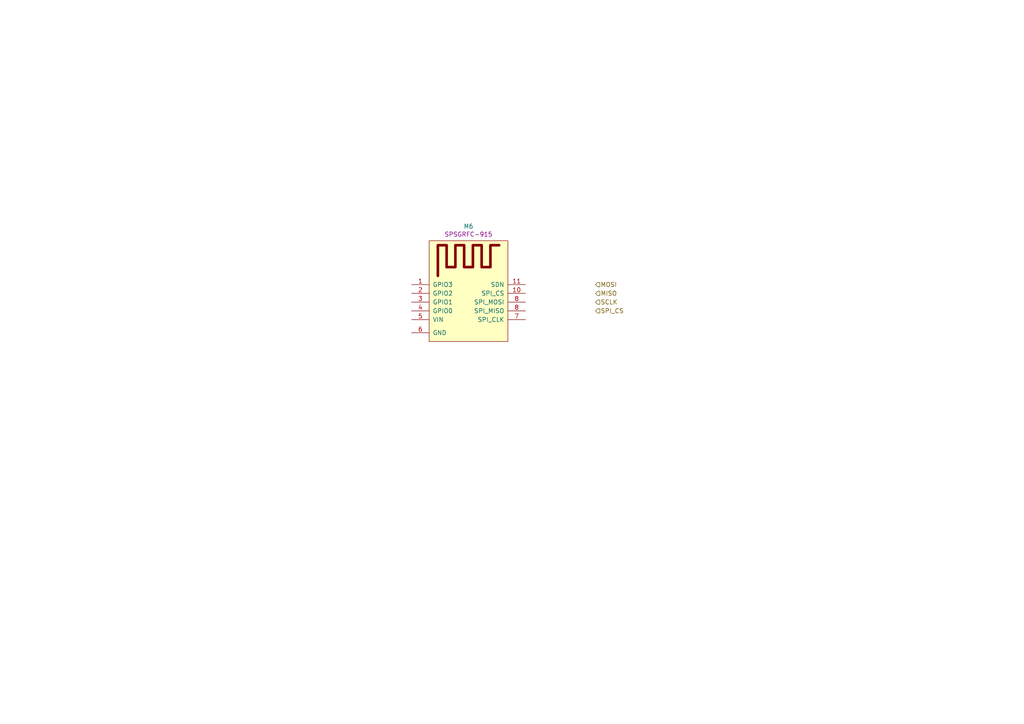
<source format=kicad_sch>
(kicad_sch (version 20231120) (generator "eeschema") (generator_version "8.0")
  (paper "A4")
  (lib_symbols
    (symbol "AVR-KiCAD-Lib-Modules:SPSGRFC-915" (pin_names (offset 1.016))
      (property "Reference" "M" (at 0 1.27 0))
      (property "_Value_" "SPSGRFC-915" (at 6.35 -30.48 0))
      (symbol "SPSGRFC-915_0_1"
        (rectangle (start 0 0) (end 22.86 -29.21) (fill (type background)))
      )
      (symbol "SPSGRFC-915_1_1"
        (polyline (pts (xy 2.54 -10.16) (xy 2.54 -1.27) (xy 5.08 -1.27) (xy 5.08 -7.62) (xy 7.62 -7.62) (xy 7.62 -1.27) (xy 10.16 -1.27) (xy 10.16 -7.62) (xy 12.7 -7.62) (xy 12.7 -1.27) (xy 15.24 -1.27) (xy 15.24 -7.62) (xy 17.78 -7.62) (xy 17.78 -1.27) (xy 20.32 -1.27)) (stroke (width 0.762)))
        (pin bidirectional line (at -5.08 -12.7 0) (length 5.08) (name "GPIO3") (number "1"))
        (pin output line (at 27.94 -15.24 180) (length 5.08) (name "SPI_CS") (number "10"))
        (pin input line (at 27.94 -12.7 180) (length 5.08) (name "SDN") (number "11"))
        (pin bidirectional line (at -5.08 -15.24 0) (length 5.08) (name "GPIO2") (number "2"))
        (pin bidirectional line (at -5.08 -17.78 0) (length 5.08) (name "GPIO1") (number "3"))
        (pin bidirectional line (at -5.08 -20.32 0) (length 5.08) (name "GPIO0") (number "4"))
        (pin power_in line (at -5.08 -22.86 0) (length 5.08) (name "VIN") (number "5"))
        (pin passive line (at -5.08 -26.67 0) (length 5.08) (name "GND") (number "6"))
        (pin output line (at 27.94 -22.86 180) (length 5.08) (name "SPI_CLK") (number "7"))
        (pin input line (at 27.94 -20.32 180) (length 5.08) (name "SPI_MISO") (number "8"))
        (pin output line (at 27.94 -17.78 180) (length 5.08) (name "SPI_MOSI") (number "8"))
      )
    )
  )
  (hierarchical_label "MOSI" (shape input) (at 172.72 82.55 0))
  (hierarchical_label "SPI_CS" (shape input) (at 172.72 90.17 0))
  (hierarchical_label "MISO" (shape input) (at 172.72 85.09 0))
  (hierarchical_label "SCLK" (shape input) (at 172.72 87.63 0))
  (symbol (lib_name "AVR-KiCAD-Lib-Modules:SPSGRFC-915") (lib_id "AVR-KiCAD-Lib-Modules:SPSGRFC-915") (at 124.46 69.85 0) (unit 1)
    (property "Reference" "M6" (at 135.89 65.659 0))
    (property "Value" "SPSGRFC-915" (effects (hide yes)))
    (property "Footprint" "AVR-KiCAD-Lib-Modules:XCVR_SPSGRF-915" (effects (hide yes)))
    (property "Datasheet" "https://www.st.com/content/ccc/resource/technical/document/datasheet/group3/21/ae/a6/78/64/3b/46/5d/DM00347814/files/DM00347814.pdf/jcr:content/translations/en.DM00347814.pdf" (effects (hide yes)))
    (property "Cost QTY: 1" "12.35000" (effects (hide yes)))
    (property "Cost QTY: 1000" "7.82040" (effects (hide yes)))
    (property "Cost QTY: 2500" "*" (effects (hide yes)))
    (property "Cost QTY: 5000" "7.29120" (effects (hide yes)))
    (property "Cost QTY: 10000" "7.05600" (effects (hide yes)))
    (property "MFR" "STMicroelectronics" (effects (hide yes)))
    (property "MFR#" "SPSGRFC-915" (effects (hide yes)))
    (property "Vendor" "Digikey" (effects (hide yes)))
    (property "Vendor #" "497-17226-ND" (effects (hide yes)))
    (property "Designer" "AVR" (effects (hide yes)))
    (property "Height" "2mm" (effects (hide yes)))
    (property "Date Created" "6/4/2020" (effects (hide yes)))
    (property "Date Modified" "6/4/2020" (effects (hide yes)))
    (property "Lead-Free ?" "Yes" (effects (hide yes)))
    (property "RoHS Levels" "1" (effects (hide yes)))
    (property "Mounting" "SMT" (effects (hide yes)))
    (property "Pin Count #" "11" (effects (hide yes)))
    (property "Status" "Active" (effects (hide yes)))
    (property "Tolerance" "*" (effects (hide yes)))
    (property "Type" "SoM" (effects (hide yes)))
    (property "Voltage" "1.8V ~ 3.6V" (effects (hide yes)))
    (property "Package" "Proprietary Module" (effects (hide yes)))
    (property "Description" "General ISM < 1GHz  Transceiver Module 433MHz, 868MHz, 915MHz Antenna Not Included, U.FL Surface Mount" (effects (hide yes)))
    (property "_Value_" "SPSGRFC-915" (at 135.89 67.9704 0))
    (property "Management_ID" "*" (effects (hide yes)))
  )
)
</source>
